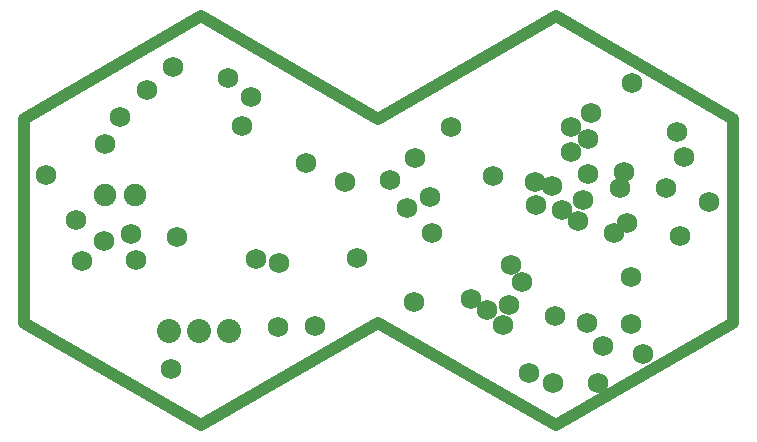
<source format=gbr>
G04*
G04 #@! TF.GenerationSoftware,Altium Limited,Altium Designer,25.8.1 (18)*
G04*
G04 Layer_Physical_Order=2*
G04 Layer_Color=32768*
%FSLAX44Y44*%
%MOMM*%
G71*
G04*
G04 #@! TF.SameCoordinates,E23997CD-C925-4744-B0FB-38551C603FD4*
G04*
G04*
G04 #@! TF.FilePolarity,Negative*
G04*
G01*
G75*
%ADD52C,1.0160*%
%ADD53C,1.9160*%
%ADD54C,2.0360*%
%ADD55C,1.7272*%
D52*
X-302400Y-86599D02*
Y86599D01*
X-152400Y173200D01*
X-2401Y86599D01*
X147599Y173200D01*
X297599Y86599D01*
Y-86599D02*
Y86599D01*
X147599Y-173200D02*
X297599Y-86599D01*
X-2401D02*
X147599Y-173200D01*
X-152400D02*
X-2401Y-86599D01*
X-302400D02*
X-152400Y-173200D01*
D53*
X-233423Y22051D02*
D03*
X-208423D02*
D03*
D54*
X-129178Y-93003D02*
D03*
X-154579D02*
D03*
X-179979D02*
D03*
D55*
X-173083Y-13848D02*
D03*
X160620Y79573D02*
D03*
X160450Y58527D02*
D03*
X177417Y91483D02*
D03*
X175262Y69760D02*
D03*
X107895Y-71182D02*
D03*
X102852Y-88355D02*
D03*
X-118110Y80263D02*
D03*
X-258493Y1090D02*
D03*
X-220735Y88385D02*
D03*
X-198156Y110454D02*
D03*
X-110309Y104901D02*
D03*
X58928Y79375D02*
D03*
X-87771Y-89446D02*
D03*
X-56153Y-88939D02*
D03*
X-177976Y-125714D02*
D03*
X-233423Y65023D02*
D03*
X277368Y16001D02*
D03*
X-64008Y48767D02*
D03*
X-284168Y38802D02*
D03*
X205486Y41147D02*
D03*
X-211836Y-11177D02*
D03*
X41656Y20319D02*
D03*
X94996Y38353D02*
D03*
X152908Y8889D02*
D03*
X-207518Y-33021D02*
D03*
X-20574Y-31243D02*
D03*
X131318Y13207D02*
D03*
X208026Y-1525D02*
D03*
X75946Y-65969D02*
D03*
X125222Y-129033D02*
D03*
X211373Y-47685D02*
D03*
X-30607Y32892D02*
D03*
X89773Y-75439D02*
D03*
X110080Y-37344D02*
D03*
X221996Y-112523D02*
D03*
X256540Y53847D02*
D03*
X28702Y53339D02*
D03*
X130556Y33273D02*
D03*
X21844Y10667D02*
D03*
X166389Y-1D02*
D03*
X27940Y-68835D02*
D03*
X171159Y18033D02*
D03*
X119066Y-51877D02*
D03*
X250783Y74844D02*
D03*
X-86614Y-36069D02*
D03*
X43434Y-10161D02*
D03*
X-234442Y-16765D02*
D03*
X144526Y29209D02*
D03*
X-253492Y-33782D02*
D03*
X187706Y-106173D02*
D03*
X175260Y39695D02*
D03*
X146812Y-80519D02*
D03*
X197358Y-10669D02*
D03*
X145796Y-137161D02*
D03*
X183668D02*
D03*
X7112Y34543D02*
D03*
X202184Y27431D02*
D03*
X211836Y-87631D02*
D03*
X252602Y-12759D02*
D03*
X174244Y-86107D02*
D03*
X241046Y27939D02*
D03*
X212598Y116839D02*
D03*
X-129794Y120903D02*
D03*
X-105918Y-32005D02*
D03*
X-175924Y130301D02*
D03*
M02*

</source>
